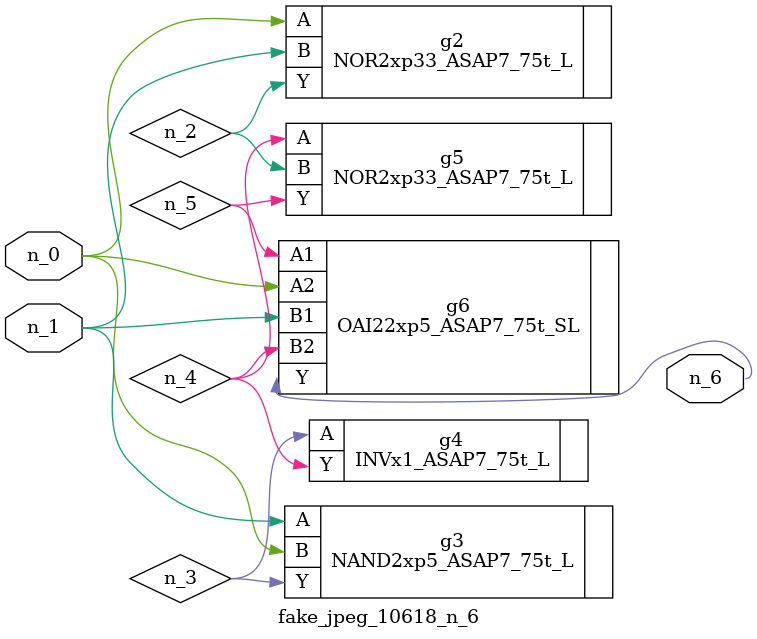
<source format=v>
module fake_jpeg_10618_n_6 (n_0, n_1, n_6);

input n_0;
input n_1;

output n_6;

wire n_2;
wire n_3;
wire n_4;
wire n_5;

NOR2xp33_ASAP7_75t_L g2 ( 
.A(n_0),
.B(n_1),
.Y(n_2)
);

NAND2xp5_ASAP7_75t_L g3 ( 
.A(n_1),
.B(n_0),
.Y(n_3)
);

INVx1_ASAP7_75t_L g4 ( 
.A(n_3),
.Y(n_4)
);

NOR2xp33_ASAP7_75t_L g5 ( 
.A(n_4),
.B(n_2),
.Y(n_5)
);

OAI22xp5_ASAP7_75t_SL g6 ( 
.A1(n_5),
.A2(n_0),
.B1(n_1),
.B2(n_4),
.Y(n_6)
);


endmodule
</source>
